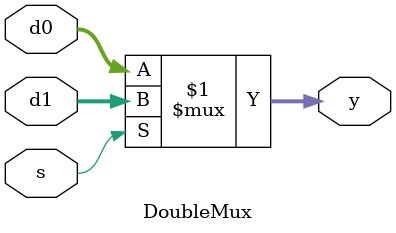
<source format=sv>
`timescale 1ns / 1ps


module DoubleMux #(parameter WIDTH=8)
    (
        input logic [WIDTH-1:0] d0,d1,
        input logic s,
        output logic [WIDTH-1:0] y
    );
    assign y=(s)?(d1):(d0);
endmodule

</source>
